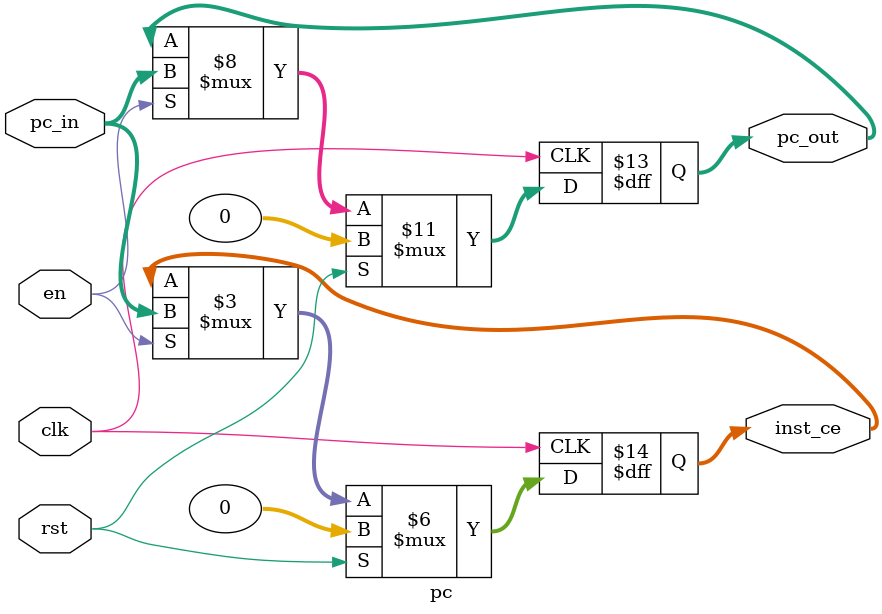
<source format=v>
`timescale 1ns / 1ps


module pc(
    input clk,
    input rst,en,
    input [31:0] pc_in,
    output reg [31:0] pc_out,
    output reg [31:0] inst_ce
    );

    initial begin
        pc_out = 32'b0;
        inst_ce = 32'b0;
    end

    always@(posedge clk) begin
        if(rst) begin
            pc_out <= 32'b0;
            inst_ce <= 32'b0;
        end
        else if(en) begin
            pc_out <= pc_in;
            inst_ce <= pc_in;
        end
    end
endmodule

</source>
